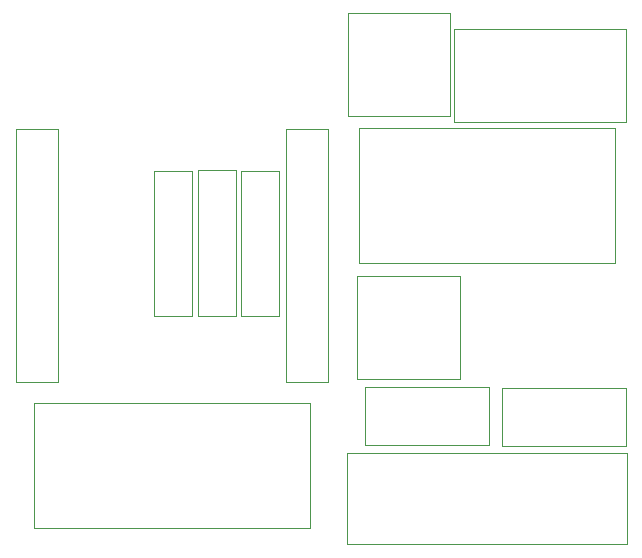
<source format=gbr>
G04 #@! TF.GenerationSoftware,KiCad,Pcbnew,(5.1.8)-1*
G04 #@! TF.CreationDate,2021-03-02T12:26:28+01:00*
G04 #@! TF.ProjectId,Lokstyrning,4c6f6b73-7479-4726-9e69-6e672e6b6963,rev?*
G04 #@! TF.SameCoordinates,Original*
G04 #@! TF.FileFunction,Other,User*
%FSLAX46Y46*%
G04 Gerber Fmt 4.6, Leading zero omitted, Abs format (unit mm)*
G04 Created by KiCad (PCBNEW (5.1.8)-1) date 2021-03-02 12:26:28*
%MOMM*%
%LPD*%
G01*
G04 APERTURE LIST*
%ADD10C,0.050000*%
G04 APERTURE END LIST*
D10*
X226500000Y-104485000D02*
X202800000Y-104485000D01*
X226500000Y-104485000D02*
X226500000Y-96785000D01*
X202800000Y-96785000D02*
X202800000Y-104485000D01*
X202800000Y-96785000D02*
X226500000Y-96785000D01*
X203790000Y-69190000D02*
X225440000Y-69190000D01*
X225440000Y-69190000D02*
X225440000Y-80690000D01*
X225440000Y-80690000D02*
X203790000Y-80690000D01*
X203790000Y-80690000D02*
X203790000Y-69190000D01*
X199670000Y-92530000D02*
X176270000Y-92530000D01*
X176270000Y-92530000D02*
X176270000Y-103080000D01*
X176270000Y-103080000D02*
X199670000Y-103080000D01*
X199670000Y-103080000D02*
X199670000Y-92530000D01*
X178330000Y-90700000D02*
X178330000Y-69350000D01*
X178330000Y-69350000D02*
X174730000Y-69350000D01*
X174730000Y-69350000D02*
X174730000Y-90700000D01*
X174730000Y-90700000D02*
X178330000Y-90700000D01*
X201190000Y-90700000D02*
X201190000Y-69350000D01*
X201190000Y-69350000D02*
X197590000Y-69350000D01*
X197590000Y-69350000D02*
X197590000Y-90700000D01*
X197590000Y-90700000D02*
X201190000Y-90700000D01*
X189687000Y-72864000D02*
X186487000Y-72864000D01*
X186487000Y-72864000D02*
X186487000Y-85164000D01*
X186487000Y-85164000D02*
X189687000Y-85164000D01*
X189687000Y-85164000D02*
X189687000Y-72864000D01*
X190170000Y-85124000D02*
X193370000Y-85124000D01*
X193370000Y-85124000D02*
X193370000Y-72824000D01*
X193370000Y-72824000D02*
X190170000Y-72824000D01*
X190170000Y-72824000D02*
X190170000Y-85124000D01*
X211872000Y-68721900D02*
X226372000Y-68721900D01*
X226372000Y-68721900D02*
X226372000Y-60821900D01*
X226372000Y-60821900D02*
X211872000Y-60821900D01*
X211872000Y-60821900D02*
X211872000Y-68721900D01*
X214800000Y-96095000D02*
X214800000Y-91185000D01*
X214800000Y-91185000D02*
X204300000Y-91185000D01*
X204300000Y-91185000D02*
X204300000Y-96095000D01*
X204300000Y-96095000D02*
X214800000Y-96095000D01*
X212314400Y-90468700D02*
X212314400Y-81768700D01*
X212314400Y-81768700D02*
X203614400Y-81768700D01*
X203614400Y-81768700D02*
X203614400Y-90468700D01*
X203614400Y-90468700D02*
X212314400Y-90468700D01*
X202850500Y-68194800D02*
X211550500Y-68194800D01*
X211550500Y-68194800D02*
X211550500Y-59494800D01*
X211550500Y-59494800D02*
X202850500Y-59494800D01*
X202850500Y-59494800D02*
X202850500Y-68194800D01*
X215920500Y-91230000D02*
X215920500Y-96140000D01*
X215920500Y-96140000D02*
X226420500Y-96140000D01*
X226420500Y-96140000D02*
X226420500Y-91230000D01*
X226420500Y-91230000D02*
X215920500Y-91230000D01*
X197053000Y-72864000D02*
X193853000Y-72864000D01*
X193853000Y-72864000D02*
X193853000Y-85164000D01*
X193853000Y-85164000D02*
X197053000Y-85164000D01*
X197053000Y-85164000D02*
X197053000Y-72864000D01*
M02*

</source>
